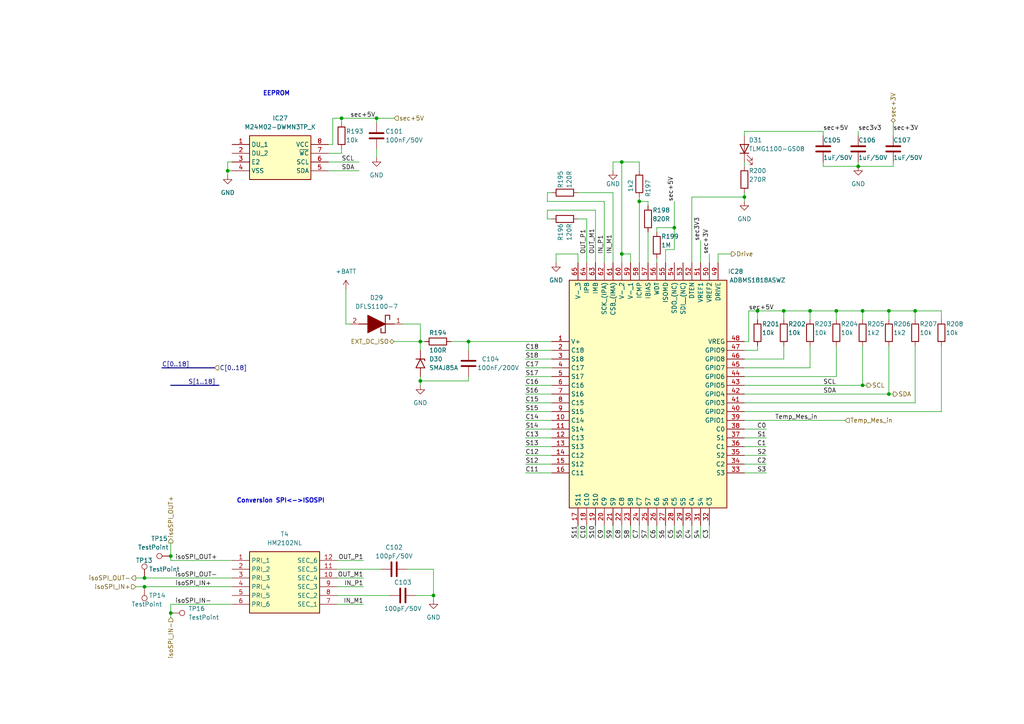
<source format=kicad_sch>
(kicad_sch (version 20230121) (generator eeschema)
  (paper "A4")
  (lib_symbols
    (symbol "ADBMS1818ASWZ:ADBMS1818ASWZ"
      (property "Reference" "IC" (at 52.07 22.86 0))
      (property "Value" "ADBMS1818ASWZ" (at 52.07 20.32 0))
      (symbol "ADBMS1818ASWZ_1_1"
        (rectangle (start 5.08 17.78) (end 50.8 -48.26) (stroke (width 0.254)) (fill (type background)))
        (pin passive line (at 0 0 0) (length 5.08) (name "V+") (number "1"))
        (pin passive line (at 0 -22.86 0) (length 5.08) (name "C14") (number "10"))
        (pin passive line (at 0 -25.4 0) (length 5.08) (name "S14") (number "11"))
        (pin passive line (at 0 -27.94 0) (length 5.08) (name "C13") (number "12"))
        (pin passive line (at 0 -30.48 0) (length 5.08) (name "S13") (number "13"))
        (pin passive line (at 0 -33.02 0) (length 5.08) (name "C12") (number "14"))
        (pin passive line (at 0 -35.56 0) (length 5.08) (name "S12") (number "15"))
        (pin passive line (at 0 -38.1 0) (length 5.08) (name "C11") (number "16"))
        (pin passive line (at 7.62 -53.34 90) (length 5.08) (name "S11") (number "17"))
        (pin passive line (at 10.16 -53.34 90) (length 5.08) (name "C10") (number "18"))
        (pin passive line (at 12.7 -53.34 90) (length 5.08) (name "S10") (number "19"))
        (pin passive line (at 0 -2.54 0) (length 5.08) (name "C18") (number "2"))
        (pin passive line (at 15.24 -53.34 90) (length 5.08) (name "C9") (number "20"))
        (pin passive line (at 17.78 -53.34 90) (length 5.08) (name "S9") (number "21"))
        (pin passive line (at 20.32 -53.34 90) (length 5.08) (name "C8") (number "22"))
        (pin passive line (at 22.86 -53.34 90) (length 5.08) (name "S8") (number "23"))
        (pin passive line (at 25.4 -53.34 90) (length 5.08) (name "C7") (number "24"))
        (pin passive line (at 27.94 -53.34 90) (length 5.08) (name "S7") (number "25"))
        (pin passive line (at 30.48 -53.34 90) (length 5.08) (name "C6") (number "26"))
        (pin passive line (at 33.02 -53.34 90) (length 5.08) (name "S6") (number "27"))
        (pin passive line (at 35.56 -53.34 90) (length 5.08) (name "C5") (number "28"))
        (pin passive line (at 38.1 -53.34 90) (length 5.08) (name "S5") (number "29"))
        (pin passive line (at 0 -5.08 0) (length 5.08) (name "S18") (number "3"))
        (pin passive line (at 40.64 -53.34 90) (length 5.08) (name "C4") (number "30"))
        (pin passive line (at 43.18 -53.34 90) (length 5.08) (name "S4") (number "31"))
        (pin passive line (at 45.72 -53.34 90) (length 5.08) (name "C3") (number "32"))
        (pin passive line (at 55.88 -38.1 180) (length 5.08) (name "S3") (number "33"))
        (pin passive line (at 55.88 -35.56 180) (length 5.08) (name "C2") (number "34"))
        (pin passive line (at 55.88 -33.02 180) (length 5.08) (name "S2") (number "35"))
        (pin passive line (at 55.88 -30.48 180) (length 5.08) (name "C1") (number "36"))
        (pin passive line (at 55.88 -27.94 180) (length 5.08) (name "S1") (number "37"))
        (pin passive line (at 55.88 -25.4 180) (length 5.08) (name "C0") (number "38"))
        (pin passive line (at 55.88 -22.86 180) (length 5.08) (name "GPIO1") (number "39"))
        (pin passive line (at 0 -7.62 0) (length 5.08) (name "C17") (number "4"))
        (pin passive line (at 55.88 -20.32 180) (length 5.08) (name "GPIO2") (number "40"))
        (pin passive line (at 55.88 -17.78 180) (length 5.08) (name "GPIO3") (number "41"))
        (pin passive line (at 55.88 -15.24 180) (length 5.08) (name "GPIO4") (number "42"))
        (pin passive line (at 55.88 -12.7 180) (length 5.08) (name "GPIO5") (number "43"))
        (pin passive line (at 55.88 -10.16 180) (length 5.08) (name "GPIO6") (number "44"))
        (pin passive line (at 55.88 -7.62 180) (length 5.08) (name "GPIO7") (number "45"))
        (pin passive line (at 55.88 -5.08 180) (length 5.08) (name "GPIO8") (number "46"))
        (pin passive line (at 55.88 -2.54 180) (length 5.08) (name "GPIO9") (number "47"))
        (pin passive line (at 55.88 0 180) (length 5.08) (name "VREG") (number "48"))
        (pin passive line (at 48.26 22.86 270) (length 5.08) (name "DRIVE") (number "49"))
        (pin passive line (at 0 -10.16 0) (length 5.08) (name "S17") (number "5"))
        (pin passive line (at 45.72 22.86 270) (length 5.08) (name "VREF2") (number "50"))
        (pin passive line (at 43.18 22.86 270) (length 5.08) (name "VREF1") (number "51"))
        (pin passive line (at 40.64 22.86 270) (length 5.08) (name "DTEN") (number "52"))
        (pin passive line (at 38.1 22.86 270) (length 5.08) (name "SDI__(NC)") (number "53"))
        (pin passive line (at 35.56 22.86 270) (length 5.08) (name "SDO_(NC)") (number "54"))
        (pin passive line (at 33.02 22.86 270) (length 5.08) (name "ISOMD") (number "55"))
        (pin passive line (at 30.48 22.86 270) (length 5.08) (name "WDT") (number "56"))
        (pin passive line (at 27.94 22.86 270) (length 5.08) (name "IBIAS") (number "57"))
        (pin passive line (at 25.4 22.86 270) (length 5.08) (name "ICMP") (number "58"))
        (pin passive line (at 22.86 22.86 270) (length 5.08) (name "V-_1") (number "59"))
        (pin passive line (at 0 -12.7 0) (length 5.08) (name "C16") (number "6"))
        (pin passive line (at 20.32 22.86 270) (length 5.08) (name "V-_2") (number "60"))
        (pin passive line (at 17.78 22.86 270) (length 5.08) (name "CSB_(IMA)") (number "61"))
        (pin passive line (at 15.24 22.86 270) (length 5.08) (name "SCK_(IPA)") (number "62"))
        (pin passive line (at 12.7 22.86 270) (length 5.08) (name "IMB") (number "63"))
        (pin passive line (at 10.16 22.86 270) (length 5.08) (name "IPB") (number "64"))
        (pin passive line (at 7.62 22.86 270) (length 5.08) (name "V-_3") (number "65"))
        (pin passive line (at 0 -15.24 0) (length 5.08) (name "S16") (number "7"))
        (pin passive line (at 0 -17.78 0) (length 5.08) (name "C15") (number "8"))
        (pin passive line (at 0 -20.32 0) (length 5.08) (name "S15") (number "9"))
      )
    )
    (symbol "Connector:TestPoint" (pin_numbers hide) (pin_names (offset 0.762) hide)
      (property "Reference" "TP" (at 0 6.858 0))
      (property "Value" "TestPoint" (at 0 5.08 0))
      (symbol "TestPoint_0_1"
        (circle (center 0 3.302) (radius 0.762))
      )
      (symbol "TestPoint_1_1"
        (pin passive line (at 0 0 90) (length 2.54) (name "1") (number "1"))
      )
    )
    (symbol "DFLS1100-7:DFLS1100-7" (pin_names hide)
      (property "Reference" "D" (at 11.43 5.08 0))
      (property "Value" "DFLS1100-7" (at 11.43 2.54 0))
      (symbol "DFLS1100-7_1_1"
        (polyline (pts (xy 2.54 0) (xy 5.08 0)) (stroke (width 0.254)))
        (polyline (pts (xy 5.08 2.54) (xy 5.08 -2.54)) (stroke (width 0.254)))
        (polyline (pts (xy 10.16 0) (xy 12.7 0)) (stroke (width 0.254)))
        (polyline (pts (xy 5.08 -2.54) (xy 3.81 -2.54) (xy 3.81 -1.27)) (stroke (width 0.254)))
        (polyline (pts (xy 5.08 2.54) (xy 6.35 2.54) (xy 6.35 1.27)) (stroke (width 0.254)))
        (polyline (pts (xy 5.08 0) (xy 10.16 2.54) (xy 10.16 -2.54) (xy 5.08 0)) (stroke (width 0.254)) (fill (type outline)))
        (pin passive line (at 0 0 0) (length 2.54) (name "K") (number "1"))
        (pin passive line (at 15.24 0 180) (length 2.54) (name "A") (number "2"))
      )
    )
    (symbol "Device:C" (pin_numbers hide) (pin_names (offset 0.254))
      (property "Reference" "C" (at 0.635 2.54 0))
      (property "Value" "C" (at 0.635 -2.54 0))
      (symbol "C_0_1"
        (polyline (pts (xy -2.032 -0.762) (xy 2.032 -0.762)) (stroke (width 0.508)))
        (polyline (pts (xy -2.032 0.762) (xy 2.032 0.762)) (stroke (width 0.508)))
      )
      (symbol "C_1_1"
        (pin passive line (at 0 3.81 270) (length 2.794) (name "~") (number "1"))
        (pin passive line (at 0 -3.81 90) (length 2.794) (name "~") (number "2"))
      )
    )
    (symbol "Device:LED" (pin_numbers hide) (pin_names (offset 1.016) hide)
      (property "Reference" "D" (at 0 2.54 0))
      (property "Value" "LED" (at 0 -2.54 0))
      (symbol "LED_0_1"
        (polyline (pts (xy -1.27 -1.27) (xy -1.27 1.27)) (stroke (width 0.254)))
        (polyline (pts (xy -1.27 0) (xy 1.27 0)))
        (polyline (pts (xy 1.27 -1.27) (xy 1.27 1.27) (xy -1.27 0) (xy 1.27 -1.27)) (stroke (width 0.254)))
        (polyline (pts (xy -3.048 -0.762) (xy -4.572 -2.286) (xy -3.81 -2.286) (xy -4.572 -2.286) (xy -4.572 -1.524)))
        (polyline (pts (xy -1.778 -0.762) (xy -3.302 -2.286) (xy -2.54 -2.286) (xy -3.302 -2.286) (xy -3.302 -1.524)))
      )
      (symbol "LED_1_1"
        (pin passive line (at -3.81 0 0) (length 2.54) (name "K") (number "1"))
        (pin passive line (at 3.81 0 180) (length 2.54) (name "A") (number "2"))
      )
    )
    (symbol "Device:R" (pin_numbers hide) (pin_names (offset 0))
      (property "Reference" "R" (at 2.032 0 90))
      (property "Value" "R" (at 0 0 90))
      (symbol "R_0_1"
        (rectangle (start -1.016 -2.54) (end 1.016 2.54) (stroke (width 0.254)))
      )
      (symbol "R_1_1"
        (pin passive line (at 0 3.81 270) (length 1.27) (name "~") (number "1"))
        (pin passive line (at 0 -3.81 90) (length 1.27) (name "~") (number "2"))
      )
    )
    (symbol "Diode:SMAJ85A" (pin_numbers hide) (pin_names (offset 1.016) hide)
      (property "Reference" "D" (at 0 2.54 0))
      (property "Value" "SMAJ85A" (at 0 -2.54 0))
      (symbol "SMAJ85A_0_1"
        (polyline (pts (xy -0.762 1.27) (xy -1.27 1.27) (xy -1.27 -1.27)) (stroke (width 0.254)))
        (polyline (pts (xy 1.27 1.27) (xy 1.27 -1.27) (xy -1.27 0) (xy 1.27 1.27)) (stroke (width 0.254)))
      )
      (symbol "SMAJ85A_1_1"
        (pin passive line (at -3.81 0 0) (length 2.54) (name "A1") (number "1"))
        (pin passive line (at 3.81 0 180) (length 2.54) (name "A2") (number "2"))
      )
    )
    (symbol "HM2102NL:HM2102NL"
      (property "Reference" "T" (at 26.67 7.62 0))
      (property "Value" "HM2102NL" (at 26.67 5.08 0))
      (symbol "HM2102NL_1_1"
        (rectangle (start 5.08 2.54) (end 25.4 -15.24) (stroke (width 0.254)) (fill (type background)))
        (pin passive line (at 0 0 0) (length 5.08) (name "PRI_1") (number "1"))
        (pin passive line (at 30.48 -5.08 180) (length 5.08) (name "SEC_4") (number "10"))
        (pin passive line (at 30.48 -2.54 180) (length 5.08) (name "SEC_5") (number "11"))
        (pin passive line (at 30.48 0 180) (length 5.08) (name "SEC_6") (number "12"))
        (pin passive line (at 0 -2.54 0) (length 5.08) (name "PRI_2") (number "2"))
        (pin passive line (at 0 -5.08 0) (length 5.08) (name "PRI_3") (number "3"))
        (pin passive line (at 0 -7.62 0) (length 5.08) (name "PRI_4") (number "4"))
        (pin passive line (at 0 -10.16 0) (length 5.08) (name "PRI_5") (number "5"))
        (pin passive line (at 0 -12.7 0) (length 5.08) (name "PRI_6") (number "6"))
        (pin passive line (at 30.48 -12.7 180) (length 5.08) (name "SEC_1") (number "7"))
        (pin passive line (at 30.48 -10.16 180) (length 5.08) (name "SEC_2") (number "8"))
        (pin passive line (at 30.48 -7.62 180) (length 5.08) (name "SEC_3") (number "9"))
      )
    )
    (symbol "M24M02-DWMN3TP_K:M24M02-DWMN3TP_K"
      (property "Reference" "IC" (at 24.13 7.62 0))
      (property "Value" "M24M02-DWMN3TP_K" (at 24.13 5.08 0))
      (symbol "M24M02-DWMN3TP_K_1_1"
        (rectangle (start 5.08 2.54) (end 22.86 -10.16) (stroke (width 0.254)) (fill (type background)))
        (pin passive line (at 0 0 0) (length 5.08) (name "DU_1") (number "1"))
        (pin passive line (at 0 -2.54 0) (length 5.08) (name "DU_2") (number "2"))
        (pin passive line (at 0 -5.08 0) (length 5.08) (name "E2") (number "3"))
        (pin passive line (at 0 -7.62 0) (length 5.08) (name "VSS") (number "4"))
        (pin passive line (at 27.94 -7.62 180) (length 5.08) (name "SDA") (number "5"))
        (pin passive line (at 27.94 -5.08 180) (length 5.08) (name "SCL") (number "6"))
        (pin passive line (at 27.94 -2.54 180) (length 5.08) (name "~{WC}") (number "7"))
        (pin passive line (at 27.94 0 180) (length 5.08) (name "VCC") (number "8"))
      )
    )
    (symbol "power:+BATT" (power) (pin_names (offset 0))
      (property "Value" "+BATT" (at 0 3.556 0))
      (symbol "+BATT_0_1"
        (polyline (pts (xy -0.762 1.27) (xy 0 2.54)))
        (polyline (pts (xy 0 0) (xy 0 2.54)))
        (polyline (pts (xy 0 2.54) (xy 0.762 1.27)))
      )
      (symbol "+BATT_1_1"
        (pin power_in line (at 0 0 90) (length 0) hide (name "+BATT") (number "1"))
      )
    )
    (symbol "power:GND" (power) (pin_names (offset 0))
      (property "Value" "GND" (at 0 -3.81 0))
      (symbol "GND_0_1"
        (polyline (pts (xy 0 0) (xy 0 -1.27) (xy 1.27 -1.27) (xy 0 -2.54) (xy -1.27 -1.27) (xy 0 -1.27)))
      )
      (symbol "GND_1_1"
        (pin power_in line (at 0 0 270) (length 0) hide (name "GND") (number "1"))
      )
    )
  )
  (junction (at 227.33 90.17))
  (junction (at 135.89 99.06))
  (junction (at 121.92 110.49))
  (junction (at 41.91 170.18))
  (junction (at 180.34 46.99))
  (junction (at 41.91 167.64))
  (junction (at 195.58 66.04))
  (junction (at 265.43 90.17))
  (junction (at 219.71 90.17))
  (junction (at 215.9 57.15))
  (junction (at 257.81 114.3))
  (junction (at 66.04 49.53))
  (junction (at 109.22 34.29))
  (junction (at 250.19 90.17))
  (junction (at 250.19 111.76))
  (junction (at 121.92 99.06))
  (junction (at 234.95 90.17))
  (junction (at 180.34 73.66))
  (junction (at 99.06 34.29))
  (junction (at 248.92 48.26))
  (junction (at 49.53 177.8))
  (junction (at 257.81 90.17))
  (junction (at 49.53 161.29))
  (junction (at 125.73 172.72))
  (junction (at 185.42 58.42))
  (junction (at 242.57 90.17))
  (wire (pts (xy 49.53 161.29) (xy 49.53 162.56)))
  (wire (pts (xy 259.08 35.56) (xy 259.08 39.37)))
  (wire (pts (xy 265.43 90.17) (xy 265.43 92.71)))
  (wire (pts (xy 180.34 73.66) (xy 180.34 76.2)))
  (wire (pts (xy 125.73 165.1) (xy 125.73 172.72)))
  (wire (pts (xy 180.34 46.99) (xy 185.42 46.99)))
  (wire (pts (xy 66.04 46.99) (xy 66.04 49.53)))
  (wire (pts (xy 215.9 58.42) (xy 215.9 57.15)))
  (wire (pts (xy 121.92 109.22) (xy 121.92 110.49)))
  (wire (pts (xy 227.33 100.33) (xy 227.33 104.14)))
  (wire (pts (xy 215.9 99.06) (xy 217.17 99.06)))
  (wire (pts (xy 257.81 90.17) (xy 257.81 92.71)))
  (wire (pts (xy 215.9 124.46) (xy 222.25 124.46)))
  (wire (pts (xy 185.42 46.99) (xy 185.42 49.53)))
  (wire (pts (xy 121.92 110.49) (xy 135.89 110.49)))
  (wire (pts (xy 198.12 152.4) (xy 198.12 156.21)))
  (wire (pts (xy 152.4 116.84) (xy 160.02 116.84)))
  (wire (pts (xy 100.33 93.98) (xy 101.6 93.98)))
  (wire (pts (xy 49.53 177.8) (xy 49.53 179.07)))
  (wire (pts (xy 152.4 134.62) (xy 160.02 134.62)))
  (wire (pts (xy 187.96 152.4) (xy 187.96 156.21)))
  (wire (pts (xy 205.74 73.66) (xy 205.74 76.2)))
  (wire (pts (xy 219.71 90.17) (xy 219.71 92.71)))
  (wire (pts (xy 99.06 34.29) (xy 99.06 35.56)))
  (wire (pts (xy 95.25 46.99) (xy 104.14 46.99)))
  (wire (pts (xy 215.9 111.76) (xy 250.19 111.76)))
  (wire (pts (xy 215.9 57.15) (xy 215.9 55.88)))
  (wire (pts (xy 96.52 34.29) (xy 96.52 41.91)))
  (wire (pts (xy 175.26 152.4) (xy 175.26 156.21)))
  (wire (pts (xy 248.92 48.26) (xy 259.08 48.26)))
  (wire (pts (xy 167.64 63.5) (xy 170.18 63.5)))
  (wire (pts (xy 99.06 34.29) (xy 109.22 34.29)))
  (wire (pts (xy 190.5 74.93) (xy 190.5 76.2)))
  (wire (pts (xy 135.89 99.06) (xy 135.89 101.6)))
  (wire (pts (xy 158.75 55.88) (xy 160.02 55.88)))
  (wire (pts (xy 250.19 90.17) (xy 250.19 92.71)))
  (wire (pts (xy 234.95 100.33) (xy 234.95 106.68)))
  (wire (pts (xy 215.9 134.62) (xy 222.25 134.62)))
  (wire (pts (xy 39.37 167.64) (xy 41.91 167.64)))
  (wire (pts (xy 118.11 165.1) (xy 125.73 165.1)))
  (bus (pts (xy 49.53 111.76) (xy 63.5 111.76)))
  (wire (pts (xy 158.75 58.42) (xy 175.26 58.42)))
  (wire (pts (xy 152.4 111.76) (xy 160.02 111.76)))
  (wire (pts (xy 167.64 152.4) (xy 167.64 156.21)))
  (wire (pts (xy 190.5 66.04) (xy 190.5 67.31)))
  (wire (pts (xy 203.2 69.85) (xy 203.2 76.2)))
  (wire (pts (xy 41.91 167.64) (xy 67.31 167.64)))
  (wire (pts (xy 185.42 152.4) (xy 185.42 156.21)))
  (wire (pts (xy 125.73 172.72) (xy 125.73 173.99)))
  (wire (pts (xy 99.06 43.18) (xy 99.06 44.45)))
  (wire (pts (xy 190.5 66.04) (xy 195.58 66.04)))
  (wire (pts (xy 257.81 100.33) (xy 257.81 114.3)))
  (wire (pts (xy 135.89 109.22) (xy 135.89 110.49)))
  (wire (pts (xy 152.4 127) (xy 160.02 127)))
  (wire (pts (xy 66.04 46.99) (xy 67.31 46.99)))
  (wire (pts (xy 167.64 73.66) (xy 167.64 76.2)))
  (wire (pts (xy 219.71 90.17) (xy 227.33 90.17)))
  (wire (pts (xy 182.88 152.4) (xy 182.88 156.21)))
  (wire (pts (xy 215.9 137.16) (xy 222.25 137.16)))
  (wire (pts (xy 97.79 167.64) (xy 105.41 167.64)))
  (wire (pts (xy 227.33 90.17) (xy 234.95 90.17)))
  (wire (pts (xy 180.34 46.99) (xy 180.34 73.66)))
  (wire (pts (xy 234.95 90.17) (xy 242.57 90.17)))
  (wire (pts (xy 170.18 152.4) (xy 170.18 156.21)))
  (wire (pts (xy 95.25 44.45) (xy 99.06 44.45)))
  (wire (pts (xy 215.9 48.26) (xy 215.9 46.99)))
  (wire (pts (xy 177.8 46.99) (xy 177.8 49.53)))
  (wire (pts (xy 172.72 60.96) (xy 172.72 76.2)))
  (wire (pts (xy 180.34 152.4) (xy 180.34 156.21)))
  (wire (pts (xy 238.76 39.37) (xy 238.76 38.1)))
  (wire (pts (xy 170.18 63.5) (xy 170.18 76.2)))
  (wire (pts (xy 242.57 100.33) (xy 242.57 109.22)))
  (wire (pts (xy 172.72 152.4) (xy 172.72 156.21)))
  (wire (pts (xy 215.9 38.1) (xy 238.76 38.1)))
  (wire (pts (xy 248.92 46.99) (xy 248.92 48.26)))
  (wire (pts (xy 114.3 99.06) (xy 121.92 99.06)))
  (wire (pts (xy 135.89 99.06) (xy 160.02 99.06)))
  (wire (pts (xy 215.9 38.1) (xy 215.9 39.37)))
  (wire (pts (xy 96.52 34.29) (xy 99.06 34.29)))
  (wire (pts (xy 39.37 170.18) (xy 41.91 170.18)))
  (wire (pts (xy 152.4 121.92) (xy 160.02 121.92)))
  (wire (pts (xy 242.57 90.17) (xy 242.57 92.71)))
  (wire (pts (xy 97.79 165.1) (xy 110.49 165.1)))
  (wire (pts (xy 195.58 66.04) (xy 195.58 72.39)))
  (wire (pts (xy 152.4 104.14) (xy 160.02 104.14)))
  (wire (pts (xy 208.28 73.66) (xy 212.09 73.66)))
  (wire (pts (xy 257.81 90.17) (xy 265.43 90.17)))
  (wire (pts (xy 66.04 49.53) (xy 67.31 49.53)))
  (wire (pts (xy 182.88 73.66) (xy 182.88 76.2)))
  (wire (pts (xy 195.58 72.39) (xy 193.04 72.39)))
  (wire (pts (xy 215.9 101.6) (xy 219.71 101.6)))
  (wire (pts (xy 259.08 46.99) (xy 259.08 48.26)))
  (wire (pts (xy 193.04 152.4) (xy 193.04 156.21)))
  (wire (pts (xy 215.9 109.22) (xy 242.57 109.22)))
  (wire (pts (xy 177.8 46.99) (xy 180.34 46.99)))
  (wire (pts (xy 66.04 49.53) (xy 66.04 50.8)))
  (wire (pts (xy 109.22 34.29) (xy 109.22 35.56)))
  (wire (pts (xy 49.53 157.48) (xy 49.53 161.29)))
  (wire (pts (xy 41.91 170.18) (xy 67.31 170.18)))
  (wire (pts (xy 187.96 67.31) (xy 187.96 76.2)))
  (wire (pts (xy 130.81 99.06) (xy 135.89 99.06)))
  (wire (pts (xy 265.43 90.17) (xy 273.05 90.17)))
  (wire (pts (xy 251.46 111.76) (xy 250.19 111.76)))
  (wire (pts (xy 97.79 172.72) (xy 113.03 172.72)))
  (wire (pts (xy 250.19 111.76) (xy 250.19 100.33)))
  (wire (pts (xy 215.9 119.38) (xy 273.05 119.38)))
  (wire (pts (xy 265.43 100.33) (xy 265.43 116.84)))
  (wire (pts (xy 215.9 106.68) (xy 234.95 106.68)))
  (wire (pts (xy 152.4 119.38) (xy 160.02 119.38)))
  (wire (pts (xy 152.4 129.54) (xy 160.02 129.54)))
  (wire (pts (xy 208.28 73.66) (xy 208.28 76.2)))
  (wire (pts (xy 205.74 152.4) (xy 205.74 156.21)))
  (wire (pts (xy 152.4 132.08) (xy 160.02 132.08)))
  (wire (pts (xy 116.84 93.98) (xy 121.92 93.98)))
  (wire (pts (xy 190.5 152.4) (xy 190.5 156.21)))
  (wire (pts (xy 273.05 100.33) (xy 273.05 119.38)))
  (wire (pts (xy 195.58 58.42) (xy 195.58 66.04)))
  (bus (pts (xy 46.99 106.68) (xy 62.23 106.68)))
  (wire (pts (xy 215.9 132.08) (xy 222.25 132.08)))
  (wire (pts (xy 193.04 72.39) (xy 193.04 76.2)))
  (wire (pts (xy 203.2 152.4) (xy 203.2 156.21)))
  (wire (pts (xy 158.75 60.96) (xy 158.75 63.5)))
  (wire (pts (xy 215.9 104.14) (xy 227.33 104.14)))
  (wire (pts (xy 121.92 93.98) (xy 121.92 99.06)))
  (wire (pts (xy 185.42 57.15) (xy 185.42 58.42)))
  (wire (pts (xy 49.53 162.56) (xy 67.31 162.56)))
  (wire (pts (xy 273.05 90.17) (xy 273.05 92.71)))
  (wire (pts (xy 167.64 55.88) (xy 177.8 55.88)))
  (wire (pts (xy 215.9 129.54) (xy 222.25 129.54)))
  (wire (pts (xy 49.53 175.26) (xy 49.53 177.8)))
  (wire (pts (xy 238.76 48.26) (xy 248.92 48.26)))
  (wire (pts (xy 242.57 90.17) (xy 250.19 90.17)))
  (wire (pts (xy 158.75 55.88) (xy 158.75 58.42)))
  (wire (pts (xy 175.26 58.42) (xy 175.26 76.2)))
  (wire (pts (xy 152.4 114.3) (xy 160.02 114.3)))
  (wire (pts (xy 177.8 152.4) (xy 177.8 156.21)))
  (wire (pts (xy 195.58 152.4) (xy 195.58 156.21)))
  (wire (pts (xy 217.17 90.17) (xy 219.71 90.17)))
  (wire (pts (xy 250.19 90.17) (xy 257.81 90.17)))
  (wire (pts (xy 152.4 137.16) (xy 160.02 137.16)))
  (wire (pts (xy 121.92 110.49) (xy 121.92 111.76)))
  (wire (pts (xy 200.66 152.4) (xy 200.66 156.21)))
  (wire (pts (xy 97.79 175.26) (xy 105.41 175.26)))
  (wire (pts (xy 152.4 106.68) (xy 160.02 106.68)))
  (wire (pts (xy 161.29 73.66) (xy 161.29 76.2)))
  (wire (pts (xy 248.92 38.1) (xy 248.92 39.37)))
  (wire (pts (xy 100.33 83.82) (xy 100.33 93.98)))
  (wire (pts (xy 185.42 58.42) (xy 185.42 76.2)))
  (wire (pts (xy 185.42 58.42) (xy 187.96 58.42)))
  (wire (pts (xy 234.95 90.17) (xy 234.95 92.71)))
  (wire (pts (xy 217.17 90.17) (xy 217.17 99.06)))
  (wire (pts (xy 121.92 99.06) (xy 123.19 99.06)))
  (wire (pts (xy 227.33 90.17) (xy 227.33 92.71)))
  (wire (pts (xy 97.79 170.18) (xy 105.41 170.18)))
  (wire (pts (xy 215.9 121.92) (xy 245.11 121.92)))
  (wire (pts (xy 49.53 175.26) (xy 67.31 175.26)))
  (wire (pts (xy 259.08 114.3) (xy 257.81 114.3)))
  (wire (pts (xy 161.29 73.66) (xy 167.64 73.66)))
  (wire (pts (xy 109.22 34.29) (xy 114.3 34.29)))
  (wire (pts (xy 120.65 172.72) (xy 125.73 172.72)))
  (wire (pts (xy 152.4 101.6) (xy 160.02 101.6)))
  (wire (pts (xy 215.9 127) (xy 222.25 127)))
  (wire (pts (xy 215.9 116.84) (xy 265.43 116.84)))
  (wire (pts (xy 121.92 99.06) (xy 121.92 101.6)))
  (wire (pts (xy 96.52 41.91) (xy 95.25 41.91)))
  (wire (pts (xy 219.71 100.33) (xy 219.71 101.6)))
  (wire (pts (xy 158.75 60.96) (xy 172.72 60.96)))
  (wire (pts (xy 109.22 43.18) (xy 109.22 45.72)))
  (wire (pts (xy 152.4 109.22) (xy 160.02 109.22)))
  (wire (pts (xy 158.75 63.5) (xy 160.02 63.5)))
  (wire (pts (xy 180.34 73.66) (xy 182.88 73.66)))
  (wire (pts (xy 97.79 162.56) (xy 105.41 162.56)))
  (wire (pts (xy 200.66 57.15) (xy 215.9 57.15)))
  (wire (pts (xy 215.9 114.3) (xy 257.81 114.3)))
  (wire (pts (xy 177.8 55.88) (xy 177.8 76.2)))
  (wire (pts (xy 152.4 124.46) (xy 160.02 124.46)))
  (wire (pts (xy 95.25 49.53) (xy 104.14 49.53)))
  (wire (pts (xy 187.96 58.42) (xy 187.96 59.69)))
  (wire (pts (xy 238.76 48.26) (xy 238.76 46.99)))
  (wire (pts (xy 200.66 57.15) (xy 200.66 76.2)))
  (text "EEPROM\n" (at 76.2 27.94 0) (effects (font (size 1.27 1.27) (thickness 0.254) bold) (justify left bottom)))
  (text "Conversion SPI<->ISOSPI" (at 68.58 146.05 0) (effects (font (size 1.27 1.27) (thickness 0.254) bold) (justify left bottom)))
  (label "sec3v3" (at 248.92 38.1 0))
  (label "Temp_Mes_in" (at 224.79 121.92 0))
  (label "sec+3V" (at 259.08 38.1 0))
  (label "S[1..18]" (at 54.61 111.76 0))
  (label "SDA" (at 238.76 114.3 0))
  (label "C5" (at 195.58 156.21 90))
  (label "IN_P1" (at 105.41 170.18 180))
  (label "C6" (at 190.5 156.21 90))
  (label "C11" (at 152.4 137.16 0))
  (label "S5" (at 198.12 156.21 90))
  (label "C1" (at 222.25 129.54 180))
  (label "S6" (at 193.04 156.21 90))
  (label "sec+5V" (at 217.17 90.17 0))
  (label "S4" (at 203.2 156.21 90))
  (label "S11" (at 167.64 156.21 90))
  (label "C15" (at 152.4 116.84 0))
  (label "C16" (at 152.4 111.76 0))
  (label "IN_M1" (at 177.8 73.66 90))
  (label "C0" (at 222.25 124.46 180))
  (label "C14" (at 152.4 121.92 0))
  (label "C13" (at 152.4 127 0))
  (label "isoSPI_IN+" (at 50.8 170.18 0))
  (label "S9" (at 177.8 156.21 90))
  (label "sec+3V" (at 205.74 73.66 90))
  (label "C4" (at 200.66 156.21 90))
  (label "SCL" (at 238.76 111.76 0))
  (label "S1" (at 222.25 127 180))
  (label "S15" (at 152.4 119.38 0))
  (label "C3" (at 205.74 156.21 90))
  (label "C12" (at 152.4 132.08 0))
  (label "S13" (at 152.4 129.54 0))
  (label "OUT_P1" (at 105.41 162.56 180))
  (label "SCL" (at 99.06 46.99 0))
  (label "S10" (at 172.72 156.21 90))
  (label "OUT_M1" (at 105.41 167.64 180))
  (label "C2" (at 222.25 134.62 180))
  (label "S16" (at 152.4 114.3 0))
  (label "S8" (at 182.88 156.21 90))
  (label "isoSPI_IN-" (at 50.8 175.26 0))
  (label "sec+5V" (at 195.58 58.42 90))
  (label "IN_M1" (at 105.41 175.26 180))
  (label "C7" (at 185.42 156.21 90))
  (label "isoSPI_OUT-" (at 50.8 167.64 0))
  (label "OUT_P1" (at 170.18 73.66 90))
  (label "C10" (at 170.18 156.21 90))
  (label "S12" (at 152.4 134.62 0))
  (label "C17" (at 152.4 106.68 0))
  (label "S14" (at 152.4 124.46 0))
  (label "SDA" (at 99.06 49.53 0))
  (label "C18" (at 152.4 101.6 0))
  (label "C8" (at 180.34 156.21 90))
  (label "sec+5V" (at 238.76 38.1 0))
  (label "S7" (at 187.96 156.21 90))
  (label "S2" (at 222.25 132.08 180))
  (label "sec3V3" (at 203.2 69.85 90))
  (label "S18" (at 152.4 104.14 0))
  (label "sec+5V" (at 101.6 34.29 0))
  (label "IN_P1" (at 175.26 73.66 90))
  (label "C[0..18]" (at 46.99 106.68 0))
  (label "S17" (at 152.4 109.22 0))
  (label "C9" (at 175.26 156.21 90))
  (label "S3" (at 222.25 137.16 180))
  (label "isoSPI_OUT+" (at 50.8 162.56 0))
  (label "OUT_M1" (at 172.72 73.66 90))
  (hierarchical_label "sec+5V" (shape input) (at 114.3 34.29 0))
  (hierarchical_label "C[0..18]" (shape input) (at 62.23 106.68 0))
  (hierarchical_label "isoSPI_IN-" (shape input) (at 49.53 179.07 270))
  (hierarchical_label "Temp_Mes_in" (shape input) (at 245.11 121.92 0))
  (hierarchical_label "Drive" (shape output) (at 212.09 73.66 0))
  (hierarchical_label "isoSPI_OUT+" (shape output) (at 49.53 157.48 90))
  (hierarchical_label "SCL" (shape output) (at 251.46 111.76 0))
  (hierarchical_label "isoSPI_OUT-" (shape output) (at 39.37 167.64 180))
  (hierarchical_label "sec+3V" (shape bidirectional) (at 259.08 35.56 90))
  (hierarchical_label "SDA" (shape output) (at 259.08 114.3 0))
  (hierarchical_label "EXT_DC_ISO" (shape bidirectional) (at 114.3 99.06 180))
  (hierarchical_label "isoSPI_IN+" (shape input) (at 39.37 170.18 180))
  (symbol (lib_id "Device:C") (at 135.89 105.41 0) (unit 1)
    (property "Reference" "C37" (at 139.7 104.14 0) (effects (justify left)))
    (property "Value" "100nF/200V" (at 138.43 106.68 0) (effects (justify left)))
    (property "Footprint" "Capacitor_SMD:C_1206_3216Metric" (effects hide))
    (instances (project "BMS-Slave" (path "" (reference "C104") (unit 1))))
  )
  (symbol (lib_id "power:GND") (at 248.92 48.26 0) (unit 1)
    (property "Reference" "#PWR021" (effects hide))
    (property "Value" "GND" (at 248.92 53.34 0))
    (instances (project "BMS-Slave" (path "" (reference "#PWR093") (unit 1))))
  )
  (symbol (lib_id "Device:R") (at 163.83 55.88 90) (unit 1)
    (property "Reference" "R32" (at 162.56 54.61 0) (effects (justify left)))
    (property "Value" "120R" (at 165.1 54.61 0) (effects (justify left)))
    (property "Footprint" "Resistor_SMD:R_0603_1608Metric" (effects hide))
    (instances (project "BMS-Slave" (path "" (reference "R195") (unit 1))))
  )
  (symbol (lib_id "Device:C") (at 248.92 43.18 0) (unit 1)
    (property "Reference" "C42" (at 248.92 40.64 0) (effects (justify left)))
    (property "Value" "1uF/50V" (at 248.92 45.72 0) (effects (justify left)))
    (property "Footprint" "Capacitor_SMD:C_0805_2012Metric" (effects hide))
    (instances (project "BMS-Slave" (path "" (reference "C106") (unit 1))))
  )
  (symbol (lib_id "Connector:TestPoint") (at 49.53 177.8 270) (unit 1)
    (property "Reference" "TP4" (at 54.61 176.53 90) (effects (justify left)))
    (property "Value" "TestPoint" (at 54.61 179.07 90) (effects (justify left)))
    (property "Footprint" "TestPoint:TestPoint_Pad_1.5x1.5mm" (effects hide))
    (instances (project "BMS-Slave" (path "" (reference "TP16") (unit 1))))
  )
  (symbol (lib_id "power:GND") (at 109.22 45.72 0) (unit 1)
    (property "Reference" "#PWR024" (effects hide))
    (property "Value" "GND" (at 109.22 50.8 0))
    (instances (project "BMS-Slave" (path "" (reference "#PWR087") (unit 1))))
  )
  (symbol (lib_id "power:GND") (at 177.8 49.53 0) (unit 1)
    (property "Reference" "#PWR010" (effects hide))
    (property "Value" "GND" (at 177.8 53.34 0))
    (instances (project "BMS-Slave" (path "" (reference "#PWR091") (unit 1))))
  )
  (symbol (lib_id "Device:R") (at 127 99.06 90) (unit 1)
    (property "Reference" "R20" (at 127 96.52 90))
    (property "Value" "100R" (at 127 101.6 90))
    (property "Footprint" "Resistor_SMD:R_0805_2012Metric" (effects hide))
    (instances (project "BMS-Slave" (path "" (reference "R194") (unit 1))))
  )
  (symbol (lib_id "Device:R") (at 163.83 63.5 270) (unit 1)
    (property "Reference" "R31" (at 162.56 64.77 0) (effects (justify left)))
    (property "Value" "120R" (at 165.1 64.77 0) (effects (justify left)))
    (property "Footprint" "Resistor_SMD:R_0603_1608Metric" (effects hide))
    (instances (project "BMS-Slave" (path "" (reference "R196") (unit 1))))
  )
  (symbol (lib_id "Device:R") (at 219.71 96.52 0) (unit 1)
    (property "Reference" "R24" (at 220.98 93.98 0) (effects (justify left)))
    (property "Value" "10k" (at 220.98 96.52 0) (effects (justify left)))
    (property "Footprint" "Resistor_SMD:R_0603_1608Metric" (effects hide))
    (instances (project "BMS-Slave" (path "" (reference "R201") (unit 1))))
  )
  (symbol (lib_id "Connector:TestPoint") (at 49.53 161.29 90) (unit 1)
    (property "Reference" "TP1" (at 46.228 156.21 90))
    (property "Value" "TestPoint" (at 44.45 158.75 90))
    (property "Footprint" "TestPoint:TestPoint_Pad_1.5x1.5mm" (effects hide))
    (instances (project "BMS-Slave" (path "" (reference "TP15") (unit 1))))
  )
  (symbol (lib_id "power:GND") (at 125.73 173.99 0) (unit 1)
    (property "Reference" "#PWR013" (effects hide))
    (property "Value" "GND" (at 125.73 179.07 0))
    (instances (project "BMS-Slave" (path "" (reference "#PWR089") (unit 1))))
  )
  (symbol (lib_id "power:GND") (at 215.9 58.42 0) (unit 1)
    (property "Reference" "#PWR022" (effects hide))
    (property "Value" "GND" (at 215.9 63.5 0))
    (instances (project "BMS-Slave" (path "" (reference "#PWR092") (unit 1))))
  )
  (symbol (lib_id "Device:R") (at 242.57 96.52 0) (unit 1)
    (property "Reference" "R27" (at 243.84 93.98 0) (effects (justify left)))
    (property "Value" "10k" (at 243.84 96.52 0) (effects (justify left)))
    (property "Footprint" "Resistor_SMD:R_0603_1608Metric" (effects hide))
    (instances (project "BMS-Slave" (path "" (reference "R204") (unit 1))))
  )
  (symbol (lib_id "Device:R") (at 250.19 96.52 0) (unit 1)
    (property "Reference" "R28" (at 251.46 93.98 0) (effects (justify left)))
    (property "Value" "1k2" (at 251.46 96.52 0) (effects (justify left)))
    (property "Footprint" "Resistor_SMD:R_0603_1608Metric" (effects hide))
    (instances (project "BMS-Slave" (path "" (reference "R205") (unit 1))))
  )
  (symbol (lib_id "Device:R") (at 215.9 52.07 0) (unit 1)
    (property "Reference" "R30" (at 217.17 49.53 0) (effects (justify left)))
    (property "Value" "270R" (at 217.17 52.07 0) (effects (justify left)))
    (property "Footprint" "Resistor_SMD:R_0603_1608Metric" (effects hide))
    (instances (project "BMS-Slave" (path "" (reference "R200") (unit 1))))
  )
  (symbol (lib_id "Device:R") (at 227.33 96.52 0) (unit 1)
    (property "Reference" "R25" (at 228.6 93.98 0) (effects (justify left)))
    (property "Value" "10k" (at 228.6 96.52 0) (effects (justify left)))
    (property "Footprint" "Resistor_SMD:R_0603_1608Metric" (effects hide))
    (instances (project "BMS-Slave" (path "" (reference "R202") (unit 1))))
  )
  (symbol (lib_id "Device:C") (at 116.84 172.72 90) (unit 1)
    (property "Reference" "C39" (at 116.84 168.91 90))
    (property "Value" "100pF/50V" (at 116.84 176.53 90))
    (property "Footprint" "Capacitor_SMD:C_0603_1608Metric" (effects hide))
    (instances (project "BMS-Slave" (path "" (reference "C103") (unit 1))))
  )
  (symbol (lib_id "Device:R") (at 99.06 39.37 0) (unit 1)
    (property "Reference" "R102" (at 100.33 38.1 0) (effects (justify left)))
    (property "Value" "10k" (at 100.33 40.64 0) (effects (justify left)))
    (property "Footprint" "Resistor_SMD:R_0603_1608Metric" (effects hide))
    (instances (project "BMS-Slave" (path "" (reference "R193") (unit 1))))
  )
  (symbol (lib_id "power:GND") (at 161.29 76.2 0) (unit 1)
    (property "Reference" "#PWR07" (effects hide))
    (property "Value" "GND" (at 161.29 81.28 0))
    (instances (project "BMS-Slave" (path "" (reference "#PWR090") (unit 1))))
  )
  (symbol (lib_id "HM2102NL:HM2102NL") (at 67.31 162.56 0) (unit 1)
    (property "Reference" "T1" (at 82.55 154.94 0))
    (property "Value" "HM2102NL" (at 82.55 157.48 0))
    (property "Footprint" "HM2102NL:SOP200P1473X500-12N" (effects hide))
    (property "Datasheet" "https://productfinder.pulseeng.com/doc_type/WEB301/doc_num/HM2102NL/doc_part/HM2102NL.pdf" (effects hide))
    (property "Height" "5" (effects hide))
    (property "Manufacturer_Name" "Pulse Electronics" (effects hide))
    (property "Manufacturer_Part_Number" "HM2102NL" (effects hide))
    (property "Mouser Part Number" "673-HM2102NL" (effects hide))
    (property "Mouser Price/Stock" "https://www.mouser.co.uk/ProductDetail/Pulse-Electronics/HM2102NL?qs=1mbolxNpo8c93YBFuby5tg%3D%3D" (effects hide))
    (property "Arrow Part Number" "HM2102NL" (effects hide))
    (property "Arrow Price/Stock" "https://www.arrow.com/en/products/hm2102nl/pulse-electronics-corporation" (effects hide))
    (instances (project "BMS-Slave" (path "" (reference "T4") (unit 1))))
  )
  (symbol (lib_id "ADBMS1818ASWZ:ADBMS1818ASWZ") (at 160.02 99.06 0) (unit 1)
    (property "Reference" "IC1" (at 213.36 78.74 0))
    (property "Value" "ADBMS1818ASWZ" (at 219.71 81.28 0))
    (property "Footprint" "ADBMS1818:QFP50P1200X1200X160-65N" (effects hide))
    (property "Datasheet" "https://www.analog.com/ADBMS1818/datasheet" (effects hide))
    (property "Height" "1.6" (effects hide))
    (property "Manufacturer_Name" "Analog Devices" (effects hide))
    (property "Manufacturer_Part_Number" "ADBMS1818ASWZ" (effects hide))
    (property "Mouser Part Number" "584-ADBMS1818ASWZ" (effects hide))
    (property "Mouser Price/Stock" "https://www.mouser.co.uk/ProductDetail/Analog-Devices/ADBMS1818ASWZ?qs=pUKx8fyJudB64VZO6QRyWQ%3D%3D" (effects hide))
    (property "Arrow Part Number" "ADBMS1818ASWZ" (effects hide))
    (property "Arrow Price/Stock" "https://www.arrow.com/en/products/adbms1818aswz/analog-devices?region=nac" (effects hide))
    (instances (project "BMS-Slave" (path "" (reference "IC28") (unit 1))))
  )
  (symbol (lib_id "Device:R") (at 273.05 96.52 0) (unit 1)
    (property "Reference" "R27" (at 274.32 93.98 0) (effects (justify left)))
    (property "Value" "10k" (at 274.32 96.52 0) (effects (justify left)))
    (property "Footprint" "Resistor_SMD:R_0603_1608Metric" (effects hide))
    (instances (project "BMS-Slave" (path "" (reference "R208") (unit 1))))
  )
  (symbol (lib_id "Device:C") (at 259.08 43.18 0) (unit 1)
    (property "Reference" "C43" (at 259.08 40.64 0) (effects (justify left)))
    (property "Value" "1uF/50V" (at 259.08 45.72 0) (effects (justify left)))
    (property "Footprint" "Capacitor_SMD:C_0805_2012Metric" (effects hide))
    (instances (project "BMS-Slave" (path "" (reference "C107") (unit 1))))
  )
  (symbol (lib_id "Device:C") (at 114.3 165.1 90) (unit 1)
    (property "Reference" "C38" (at 114.3 158.75 90))
    (property "Value" "100pF/50V" (at 114.3 161.29 90))
    (property "Footprint" "Capacitor_SMD:C_0603_1608Metric" (effects hide))
    (instances (project "BMS-Slave" (path "" (reference "C102") (unit 1))))
  )
  (symbol (lib_id "power:GND") (at 66.04 50.8 0) (unit 1)
    (property "Reference" "#PWR025" (effects hide))
    (property "Value" "GND" (at 66.04 55.88 0))
    (instances (project "BMS-Slave" (path "" (reference "#PWR085") (unit 1))))
  )
  (symbol (lib_id "Device:C") (at 109.22 39.37 0) (unit 1)
    (property "Reference" "C44" (at 111.76 38.1 0) (effects (justify left)))
    (property "Value" "100nF/50V" (at 111.76 40.64 0) (effects (justify left)))
    (property "Footprint" "Capacitor_SMD:C_0603_1608Metric" (effects hide))
    (instances (project "BMS-Slave" (path "" (reference "C101") (unit 1))))
  )
  (symbol (lib_id "Device:R") (at 257.81 96.52 0) (unit 1)
    (property "Reference" "R29" (at 259.08 93.98 0) (effects (justify left)))
    (property "Value" "1k2" (at 259.08 96.52 0) (effects (justify left)))
    (property "Footprint" "Resistor_SMD:R_0603_1608Metric" (effects hide))
    (instances (project "BMS-Slave" (path "" (reference "R206") (unit 1))))
  )
  (symbol (lib_id "Device:R") (at 190.5 71.12 0) (unit 1)
    (property "Reference" "R21" (at 191.77 68.58 0) (effects (justify left)))
    (property "Value" "1M" (at 191.77 71.12 0) (effects (justify left)))
    (property "Footprint" "Resistor_SMD:R_0603_1608Metric" (effects hide))
    (instances (project "BMS-Slave" (path "" (reference "R199") (unit 1))))
  )
  (symbol (lib_id "Connector:TestPoint") (at 41.91 170.18 180) (unit 1)
    (property "Reference" "TP3" (at 43.18 172.72 0) (effects (justify right)))
    (property "Value" "TestPoint" (at 38.1 175.26 0) (effects (justify right)))
    (property "Footprint" "TestPoint:TestPoint_Pad_1.5x1.5mm" (effects hide))
    (instances (project "BMS-Slave" (path "" (reference "TP14") (unit 1))))
  )
  (symbol (lib_id "power:GND") (at 121.92 111.76 0) (unit 1)
    (property "Reference" "#PWR06" (effects hide))
    (property "Value" "GND" (at 121.92 116.84 0))
    (instances (project "BMS-Slave" (path "" (reference "#PWR088") (unit 1))))
  )
  (symbol (lib_id "Device:R") (at 187.96 63.5 0) (unit 1)
    (property "Reference" "R22" (at 189.23 60.96 0) (effects (justify left)))
    (property "Value" "820R" (at 189.23 63.5 0) (effects (justify left)))
    (property "Footprint" "Resistor_SMD:R_0603_1608Metric" (effects hide))
    (instances (project "BMS-Slave" (path "" (reference "R198") (unit 1))))
  )
  (symbol (lib_id "Device:R") (at 185.42 53.34 180) (unit 1)
    (property "Reference" "R23" (at 187.96 52.07 90) (effects (justify left)))
    (property "Value" "1k2" (at 182.88 52.07 90) (effects (justify left)))
    (property "Footprint" "Resistor_SMD:R_0603_1608Metric" (effects hide))
    (instances (project "BMS-Slave" (path "" (reference "R197") (unit 1))))
  )
  (symbol (lib_id "Device:LED") (at 215.9 43.18 90) (unit 1)
    (property "Reference" "D22" (at 217.17 40.64 90) (effects (justify right)))
    (property "Value" "TLMG1100-GS08" (at 217.17 43.18 90) (effects (justify right)))
    (property "Footprint" "LED_SMD:LED_0603_1608Metric" (effects hide))
    (instances (project "BMS-Slave" (path "" (reference "D31") (unit 1))))
  )
  (symbol (lib_id "Device:R") (at 234.95 96.52 0) (unit 1)
    (property "Reference" "R26" (at 236.22 93.98 0) (effects (justify left)))
    (property "Value" "10k" (at 236.22 96.52 0) (effects (justify left)))
    (property "Footprint" "Resistor_SMD:R_0603_1608Metric" (effects hide))
    (instances (project "BMS-Slave" (path "" (reference "R203") (unit 1))))
  )
  (symbol (lib_id "power:+BATT") (at 100.33 83.82 0) (unit 1)
    (property "Reference" "#PWR05" (effects hide))
    (property "Value" "+BATT" (at 100.33 78.74 0))
    (instances (project "BMS-Slave" (path "" (reference "#PWR086") (unit 1))))
  )
  (symbol (lib_id "Diode:SMAJ85A") (at 121.92 105.41 270) (unit 1)
    (property "Reference" "D20" (at 124.46 104.14 90) (effects (justify left)))
    (property "Value" "SMAJ85A" (at 124.46 106.68 90) (effects (justify left)))
    (property "Footprint" "Diode_SMD:D_SMA" (effects hide))
    (property "Datasheet" "https://www.littelfuse.com/media?resourcetype=datasheets&itemid=75e32973-b177-4ee3-a0ff-cedaf1abdb93&filename=smaj-datasheet" (effects hide))
    (instances (project "BMS-Slave" (path "" (reference "D30") (unit 1))))
  )
  (symbol (lib_id "Connector:TestPoint") (at 41.91 167.64 0) (unit 1)
    (property "Reference" "TP2" (at 39.37 162.56 0) (effects (justify left)))
    (property "Value" "TestPoint" (at 43.18 165.1 0) (effects (justify left)))
    (property "Footprint" "TestPoint:TestPoint_Pad_1.5x1.5mm" (effects hide))
    (instances (project "BMS-Slave" (path "" (reference "TP13") (unit 1))))
  )
  (symbol (lib_id "DFLS1100-7:DFLS1100-7") (at 116.84 93.98 180) (unit 1)
    (property "Reference" "D19" (at 109.22 86.36 0))
    (property "Value" "DFLS1100-7" (at 109.22 88.9 0))
    (property "Footprint" "DFLS1100-7:POWERDI123_1" (effects hide))
    (property "Datasheet" "https://datasheet.datasheetarchive.com/originals/distributors/Datasheets-9/DSA-163400.pdf" (effects hide))
    (property "Manufacturer_Name" "Diodes Inc." (effects hide))
    (property "Manufacturer_Part_Number" "DFLS1100-7" (effects hide))
    (property "Mouser Part Number" "621-DFLS1100-7" (effects hide))
    (property "Mouser Price/Stock" "https://www.mouser.co.uk/ProductDetail/Diodes-Incorporated/DFLS1100-7?qs=mQbszxtPdlOXqXCc0ekDEQ%3D%3D" (effects hide))
    (property "Arrow Part Number" "DFLS1100-7" (effects hide))
    (property "Arrow Price/Stock" "https://www.arrow.com/en/products/dfls1100-7/diodes-incorporated?region=nac" (effects hide))
    (instances (project "BMS-Slave" (path "" (reference "D29") (unit 1))))
  )
  (symbol (lib_id "Device:R") (at 265.43 96.52 0) (unit 1)
    (property "Reference" "R27" (at 266.7 93.98 0) (effects (justify left)))
    (property "Value" "10k" (at 266.7 96.52 0) (effects (justify left)))
    (property "Footprint" "Resistor_SMD:R_0603_1608Metric" (effects hide))
    (instances (project "BMS-Slave" (path "" (reference "R207") (unit 1))))
  )
  (symbol (lib_id "Device:C") (at 238.76 43.18 0) (unit 1)
    (property "Reference" "C41" (at 238.76 40.64 0) (effects (justify left)))
    (property "Value" "1uF/50V" (at 238.76 45.72 0) (effects (justify left)))
    (property "Footprint" "Capacitor_SMD:C_0805_2012Metric" (effects hide))
    (instances (project "BMS-Slave" (path "" (reference "C105") (unit 1))))
  )
  (symbol (lib_id "M24M02-DWMN3TP_K:M24M02-DWMN3TP_K") (at 67.31 41.91 0) (unit 1)
    (property "Reference" "IC18" (at 81.28 34.29 0))
    (property "Value" "M24M02-DWMN3TP_K" (at 81.28 36.83 0))
    (property "Footprint" "SOIC127P600X175-8N" (effects hide))
    (property "Datasheet" "http://www.st.com/st-web-ui/static/active/en/resource/technical/document/datasheet/DM00200595.pdf" (effects hide))
    (property "Height" "1.75" (effects hide))
    (property "Manufacturer_Name" "STMicroelectronics" (effects hide))
    (property "Manufacturer_Part_Number" "M24M02-DWMN3TP/K" (effects hide))
    (property "Mouser Part Number" "511-M24M02-DWMN3TP/K" (effects hide))
    (property "Mouser Price/Stock" "https://www.mouser.co.uk/ProductDetail/STMicroelectronics/M24M02-DWMN3TP-K?qs=BA62vJVifGoXWd89ZCP6xQ%3D%3D" (effects hide))
    (property "Arrow Part Number" "M24M02-DWMN3TP/K" (effects hide))
    (property "Arrow Price/Stock" "https://www.arrow.com/en/products/m24m02-dwmn3tpk/stmicroelectronics?region=nac" (effects hide))
    (instances (project "BMS-Slave" (path "" (reference "IC27") (unit 1))))
  )
)
</source>
